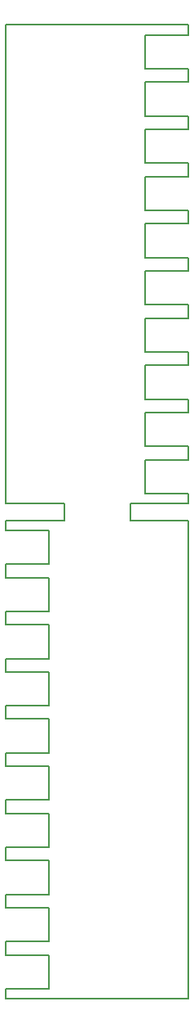
<source format=gbr>
G04 #@! TF.GenerationSoftware,KiCad,Pcbnew,(5.0.2)-1*
G04 #@! TF.CreationDate,2019-09-04T12:36:58-04:00*
G04 #@! TF.ProjectId,MMCX_2DD-100P_Both,4d4d4358-5f32-4444-942d-313030505f42,rev?*
G04 #@! TF.SameCoordinates,Original*
G04 #@! TF.FileFunction,Profile,NP*
%FSLAX46Y46*%
G04 Gerber Fmt 4.6, Leading zero omitted, Abs format (unit mm)*
G04 Created by KiCad (PCBNEW (5.0.2)-1) date 9/4/2019 12:36:58 PM*
%MOMM*%
%LPD*%
G01*
G04 APERTURE LIST*
%ADD10C,0.150000*%
G04 APERTURE END LIST*
D10*
X80560605Y-100581771D02*
X80560605Y-98867525D01*
X87391569Y-100581771D02*
X93453505Y-100581771D01*
X87391569Y-98867525D02*
X87391569Y-100581771D01*
X93452662Y-98867525D02*
X87391569Y-98867525D01*
X74423805Y-100581771D02*
X74423805Y-101631771D01*
X74423805Y-149045138D02*
X74423805Y-150095271D01*
X74423805Y-144165875D02*
X74423805Y-145545138D01*
X74423805Y-139286612D02*
X74423805Y-140665875D01*
X74423805Y-134407349D02*
X74423805Y-135786612D01*
X74423805Y-129528086D02*
X74423805Y-130907349D01*
X74423805Y-124648823D02*
X74423805Y-126028086D01*
X74423805Y-119769560D02*
X74423805Y-121148823D01*
X74423805Y-114890297D02*
X74423805Y-116269560D01*
X74423805Y-110011034D02*
X74423805Y-111390297D01*
X74423805Y-105131771D02*
X74423805Y-106511034D01*
X78923805Y-145545138D02*
X78923805Y-149045138D01*
X78923805Y-140665875D02*
X78923805Y-144165875D01*
X78923805Y-135786612D02*
X78923805Y-139286612D01*
X78923805Y-130907349D02*
X78923805Y-134407349D01*
X78923805Y-126028086D02*
X78923805Y-129528086D01*
X78923805Y-121148823D02*
X78923805Y-124648823D01*
X78923805Y-116269560D02*
X78923805Y-119769560D01*
X78923805Y-111390297D02*
X78923805Y-114890297D01*
X78923805Y-106511034D02*
X78923805Y-110011034D01*
X74423805Y-149045138D02*
X78923805Y-149045138D01*
X74423805Y-144165875D02*
X78923805Y-144165875D01*
X74423805Y-139286612D02*
X78923805Y-139286612D01*
X74423805Y-134407349D02*
X78923805Y-134407349D01*
X74423805Y-129528086D02*
X78923805Y-129528086D01*
X74423805Y-124648823D02*
X78923805Y-124648823D01*
X74423805Y-119769560D02*
X78923805Y-119769560D01*
X74423805Y-114890297D02*
X78923805Y-114890297D01*
X74423805Y-110011034D02*
X78923805Y-110011034D01*
X74423805Y-145545138D02*
X78923805Y-145545138D01*
X74423805Y-140665875D02*
X78923805Y-140665875D01*
X74423805Y-135786612D02*
X78923805Y-135786612D01*
X74423805Y-130907349D02*
X78923805Y-130907349D01*
X74423805Y-126028086D02*
X78923805Y-126028086D01*
X74423805Y-121148823D02*
X78923805Y-121148823D01*
X74423805Y-116269560D02*
X78923805Y-116269560D01*
X74423805Y-111390297D02*
X78923805Y-111390297D01*
X74423805Y-106511034D02*
X78923805Y-106511034D01*
X78923805Y-101631771D02*
X78923805Y-105131771D01*
X74423805Y-105131771D02*
X78923805Y-105131771D01*
X74423805Y-101631771D02*
X78923805Y-101631771D01*
X93453505Y-100581771D02*
X93453505Y-150095271D01*
X74423805Y-100581771D02*
X80560605Y-100581771D01*
X93453505Y-150095271D02*
X74423805Y-150095271D01*
X93452662Y-98867525D02*
X93452662Y-97817525D01*
X93452662Y-50404158D02*
X93452662Y-49354025D01*
X93452662Y-55283421D02*
X93452662Y-53904158D01*
X93452662Y-60162684D02*
X93452662Y-58783421D01*
X93452662Y-65041947D02*
X93452662Y-63662684D01*
X93452662Y-69921210D02*
X93452662Y-68541947D01*
X93452662Y-74800473D02*
X93452662Y-73421210D01*
X93452662Y-79679736D02*
X93452662Y-78300473D01*
X93452662Y-84558999D02*
X93452662Y-83179736D01*
X93452662Y-89438262D02*
X93452662Y-88058999D01*
X93452662Y-94317525D02*
X93452662Y-92938262D01*
X88952662Y-53904158D02*
X88952662Y-50404158D01*
X88952662Y-58783421D02*
X88952662Y-55283421D01*
X88952662Y-63662684D02*
X88952662Y-60162684D01*
X88952662Y-68541947D02*
X88952662Y-65041947D01*
X88952662Y-73421210D02*
X88952662Y-69921210D01*
X88952662Y-78300473D02*
X88952662Y-74800473D01*
X88952662Y-83179736D02*
X88952662Y-79679736D01*
X88952662Y-88058999D02*
X88952662Y-84558999D01*
X88952662Y-92938262D02*
X88952662Y-89438262D01*
X93452662Y-50404158D02*
X88952662Y-50404158D01*
X93452662Y-55283421D02*
X88952662Y-55283421D01*
X93452662Y-60162684D02*
X88952662Y-60162684D01*
X93452662Y-65041947D02*
X88952662Y-65041947D01*
X93452662Y-69921210D02*
X88952662Y-69921210D01*
X93452662Y-74800473D02*
X88952662Y-74800473D01*
X93452662Y-79679736D02*
X88952662Y-79679736D01*
X93452662Y-84558999D02*
X88952662Y-84558999D01*
X93452662Y-89438262D02*
X88952662Y-89438262D01*
X93452662Y-53904158D02*
X88952662Y-53904158D01*
X93452662Y-58783421D02*
X88952662Y-58783421D01*
X93452662Y-63662684D02*
X88952662Y-63662684D01*
X93452662Y-68541947D02*
X88952662Y-68541947D01*
X93452662Y-73421210D02*
X88952662Y-73421210D01*
X93452662Y-78300473D02*
X88952662Y-78300473D01*
X93452662Y-83179736D02*
X88952662Y-83179736D01*
X93452662Y-88058999D02*
X88952662Y-88058999D01*
X93452662Y-92938262D02*
X88952662Y-92938262D01*
X88952662Y-97817525D02*
X88952662Y-94317525D01*
X93452662Y-94317525D02*
X88952662Y-94317525D01*
X93452662Y-97817525D02*
X88952662Y-97817525D01*
X74422962Y-98867525D02*
X74422962Y-49354025D01*
X80560605Y-98867525D02*
X74422962Y-98867525D01*
X74422962Y-49354025D02*
X93452662Y-49354025D01*
M02*

</source>
